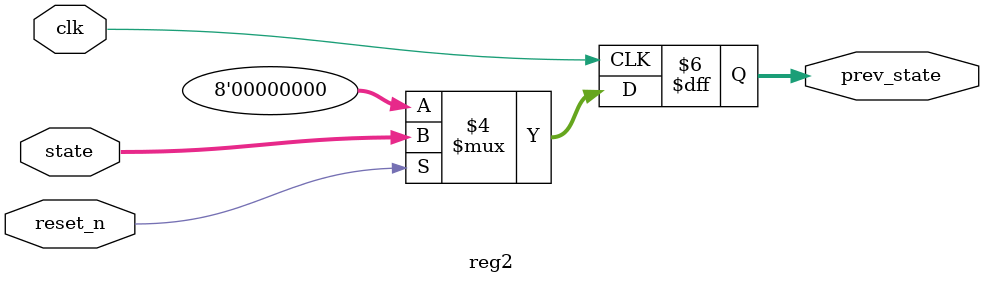
<source format=v>
`default_nettype none

module reg2(
    input wire [7:0]    state,
    input wire          clk,
    input wire          reset_n,
    output reg [7:0]    prev_state
);

    always @(posedge clk) begin
        if (!reset_n) begin
            prev_state <= 0; // Reset previous state to 0
        end else begin
            prev_state <= state; // Update previous state to current state
        end
    end

endmodule

</source>
